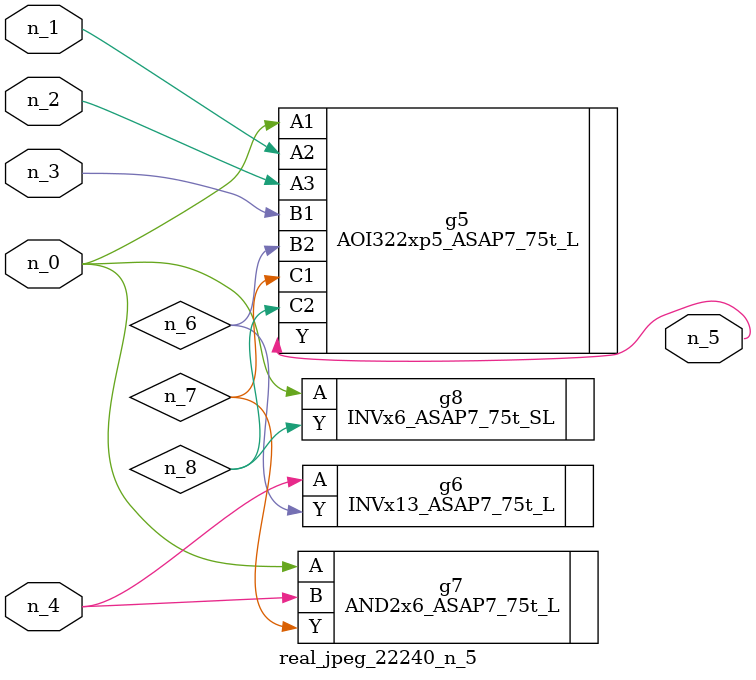
<source format=v>
module real_jpeg_22240_n_5 (n_4, n_0, n_1, n_2, n_3, n_5);

input n_4;
input n_0;
input n_1;
input n_2;
input n_3;

output n_5;

wire n_8;
wire n_6;
wire n_7;

AOI322xp5_ASAP7_75t_L g5 ( 
.A1(n_0),
.A2(n_1),
.A3(n_2),
.B1(n_3),
.B2(n_6),
.C1(n_7),
.C2(n_8),
.Y(n_5)
);

AND2x6_ASAP7_75t_L g7 ( 
.A(n_0),
.B(n_4),
.Y(n_7)
);

INVx6_ASAP7_75t_SL g8 ( 
.A(n_0),
.Y(n_8)
);

INVx13_ASAP7_75t_L g6 ( 
.A(n_4),
.Y(n_6)
);


endmodule
</source>
